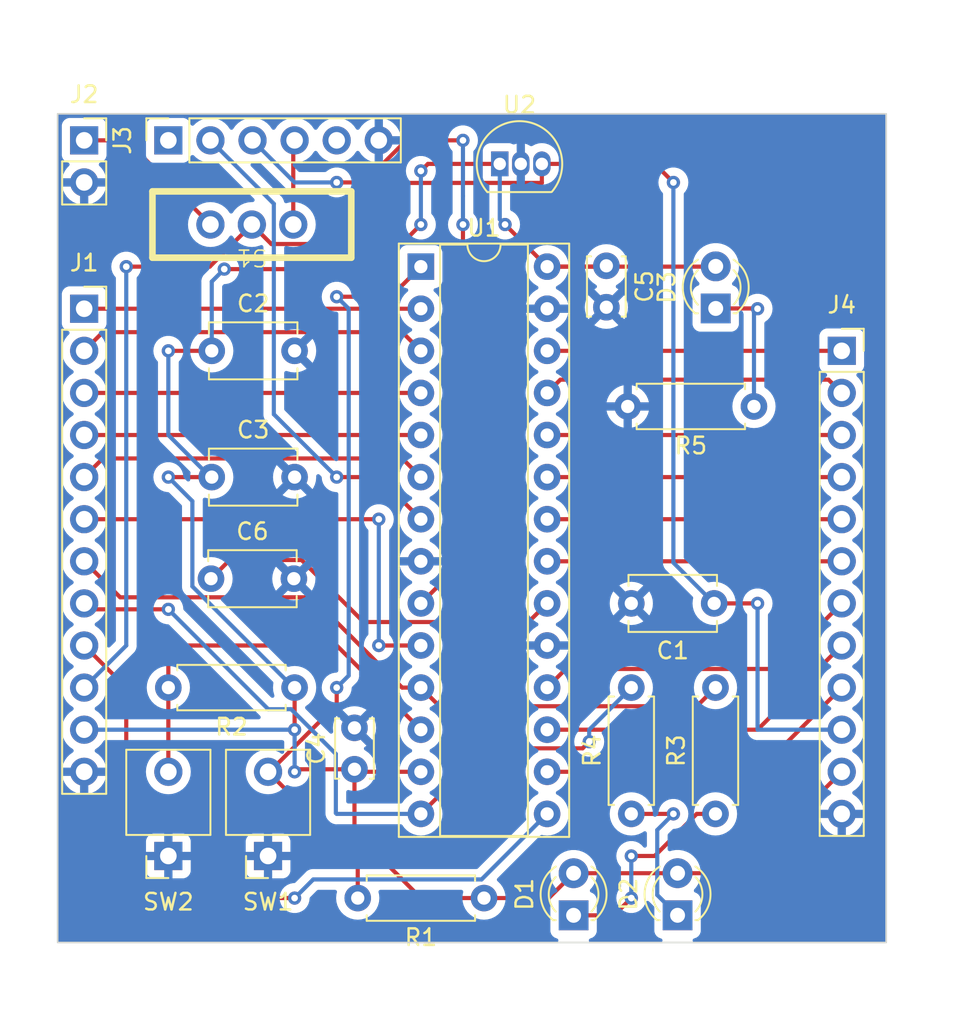
<source format=kicad_pcb>
(kicad_pcb (version 20221018) (generator pcbnew)
  (layers (0 "F.Cu" signal) (31 "B.Cu" signal) (34 "B.Paste" user) (35 "F.Paste" user) (36 "B.SilkS" user "B.Silkscreen") (37 "F.SilkS" user "F.Silkscreen") (38 "B.Mask" user) (39 "F.Mask" user) (44 "Edge.Cuts" user))
  (net 0 "")
  (net 1 "/Vin")
  (net 2 "GND")
  (net 3 "+3.3V")
  (net 4 "Net-(U1-Vcap)")
  (net 5 "Net-(D1-K)")
  (net 6 "Net-(D2-K)")
  (net 7 "Net-(D3-K)")
  (net 8 "/A0")
  (net 9 "/A1")
  (net 10 "/B0")
  (net 11 "/B1")
  (net 12 "/B2")
  (net 13 "/A3")
  (net 14 "/GREEN")
  (net 15 "/YELLOW")
  (net 16 "/B6")
  (net 17 "Net-(J2-Pin_1)")
  (net 19 "/U1TX")
  (net 20 "/U1RX")
  (net 21 "+5V")
  (net 23 "/B15")
  (net 24 "/B14")
  (net 25 "/B13")
  (net 26 "/B12")
  (net 27 "/B11")
  (net 28 "/B10")
  (net 29 "/B9")
  (net 30 "/B8")
  (net 31 "/B7")
  (net 32 "/MCLR")
  (net 33 "/USER")
  (footprint "pic32board:SlideSW" (layer "F.Cu") (at 111.72 106.68 180)
    (fp_text reference "S1" (at 0 -2 180 unlocked) (layer "F.SilkS") (effects (font (thickness 0.1))))
    (fp_text value "SW_Slide")
    (fp_line (start -6 -2) (end -6 2) (stroke (width 0.4)) (layer "F.SilkS"))
    (fp_line (start -6 2) (end 6 2) (stroke (width 0.4)) (layer "F.SilkS"))
    (fp_line (start 6 -2) (end -6 -2) (stroke (width 0.4)) (layer "F.SilkS"))
    (fp_line (start 6 -2) (end 6 2) (stroke (width 0.4)) (layer "F.SilkS"))
    (pad "1" thru_hole circle (at -2.5 0 180) (size 1.7 1.7) (drill 1) (layers "*.Cu" "*.Mask") (net 21 "+5V"))
    (pad "2" thru_hole circle (at 0 0 180) (size 1.7 1.7) (drill 1) (layers "*.Cu" "*.Mask") (net 1 "/Vin"))
    (pad "3" thru_hole circle (at 2.5 0 180) (size 1.7 1.7) (drill 1) (layers "*.Cu" "*.Mask") (net 17 "Net-(J2-Pin_1)"))
  )
  (footprint "pic32board:PushButton" (layer "F.Cu") (at 106.68 144.78 180)
    (fp_text reference "SW2" (at 0 -2.77) (layer "F.SilkS"))
    (fp_text value "USER")
    (fp_line (start -2.54 1.27) (end -2.54 6.41) (stroke (width 0.12)) (layer "F.SilkS"))
    (fp_line (start -2.54 1.27) (end 2.54 1.27) (stroke (width 0.12)) (layer "F.SilkS"))
    (fp_line (start -2.54 6.41) (end 2.54 6.41) (stroke (width 0.12)) (layer "F.SilkS"))
    (fp_line (start 0 -1.33) (end 1.33 -1.33) (stroke (width 0.12)) (layer "F.SilkS"))
    (fp_line (start 1.33 -1.33) (end 1.33 0) (stroke (width 0.12)) (layer "F.SilkS"))
    (fp_line (start 2.54 1.27) (end 2.54 6.41) (stroke (width 0.12)) (layer "F.SilkS"))
    (pad "1" thru_hole rect (at 0 0 180) (size 1.7 1.7) (drill 1) (layers "*.Cu" "*.Mask") (net 2 "GND"))
    (pad "2" thru_hole oval (at 0 5.08 180) (size 1.7 1.7) (drill 1) (layers "*.Cu" "*.Mask") (net 33 "/USER"))
  )
  (footprint "Capacitor_THT:C_Disc_D3.4mm_W2.1mm_P2.50mm" (layer "F.Cu") (at 133.114339 109.169811 -90)
    (fp_text reference "C5" (at 1.25 -2.3 90) (layer "F.SilkS"))
    (fp_text value "0.1uF")
    (fp_line (start -0.57 -1.17) (end -0.57 -0.925) (stroke (width 0.12)) (layer "F.SilkS"))
    (fp_line (start -0.57 -1.17) (end 3.07 -1.17) (stroke (width 0.12)) (layer "F.SilkS"))
    (fp_line (start -0.57 0.925) (end -0.57 1.17) (stroke (width 0.12)) (layer "F.SilkS"))
    (fp_line (start -0.57 1.17) (end 3.07 1.17) (stroke (width 0.12)) (layer "F.SilkS"))
    (fp_line (start 3.07 -1.17) (end 3.07 -0.925) (stroke (width 0.12)) (layer "F.SilkS"))
    (fp_line (start 3.07 0.925) (end 3.07 1.17) (stroke (width 0.12)) (layer "F.SilkS"))
    (pad "1" thru_hole circle (at 0 0 270) (size 1.6 1.6) (drill 0.8) (layers "*.Cu" "*.Mask") (net 3 "+3.3V"))
    (pad "2" thru_hole circle (at 2.5 0 270) (size 1.6 1.6) (drill 0.8) (layers "*.Cu" "*.Mask") (net 2 "GND"))
  )
  (footprint "Connector_PinSocket_2.54mm:PinSocket_1x12_P2.54mm_Vertical" (layer "F.Cu") (at 147.32 114.3)
    (fp_text reference "J4" (at 0 -2.77) (layer "F.SilkS"))
    (fp_text value "RIGHT")
    (fp_line (start -1.33 1.27) (end -1.33 29.27) (stroke (width 0.12)) (layer "F.SilkS"))
    (fp_line (start -1.33 1.27) (end 1.33 1.27) (stroke (width 0.12)) (layer "F.SilkS"))
    (fp_line (start -1.33 29.27) (end 1.33 29.27) (stroke (width 0.12)) (layer "F.SilkS"))
    (fp_line (start 0 -1.33) (end 1.33 -1.33) (stroke (width 0.12)) (layer "F.SilkS"))
    (fp_line (start 1.33 -1.33) (end 1.33 0) (stroke (width 0.12)) (layer "F.SilkS"))
    (fp_line (start 1.33 1.27) (end 1.33 29.27) (stroke (width 0.12)) (layer "F.SilkS"))
    (pad "1" thru_hole rect (at 0 0) (size 1.7 1.7) (drill 1) (layers "*.Cu" "*.Mask") (net 23 "/B15"))
    (pad "2" thru_hole oval (at 0 2.54) (size 1.7 1.7) (drill 1) (layers "*.Cu" "*.Mask") (net 24 "/B14"))
    (pad "3" thru_hole oval (at 0 5.08) (size 1.7 1.7) (drill 1) (layers "*.Cu" "*.Mask") (net 25 "/B13"))
    (pad "4" thru_hole oval (at 0 7.62) (size 1.7 1.7) (drill 1) (layers "*.Cu" "*.Mask") (net 26 "/B12"))
    (pad "5" thru_hole oval (at 0 10.16) (size 1.7 1.7) (drill 1) (layers "*.Cu" "*.Mask") (net 27 "/B11"))
    (pad "6" thru_hole oval (at 0 12.7) (size 1.7 1.7) (drill 1) (layers "*.Cu" "*.Mask") (net 28 "/B10"))
    (pad "7" thru_hole oval (at 0 15.24) (size 1.7 1.7) (drill 1) (layers "*.Cu" "*.Mask") (net 29 "/B9"))
    (pad "8" thru_hole oval (at 0 17.78) (size 1.7 1.7) (drill 1) (layers "*.Cu" "*.Mask") (net 30 "/B8"))
    (pad "9" thru_hole oval (at 0 20.32) (size 1.7 1.7) (drill 1) (layers "*.Cu" "*.Mask") (net 31 "/B7"))
    (pad "10" thru_hole oval (at 0 22.86) (size 1.7 1.7) (drill 1) (layers "*.Cu" "*.Mask") (net 1 "/Vin"))
    (pad "11" thru_hole oval (at 0 25.4) (size 1.7 1.7) (drill 1) (layers "*.Cu" "*.Mask") (net 3 "+3.3V"))
    (pad "12" thru_hole oval (at 0 27.94) (size 1.7 1.7) (drill 1) (layers "*.Cu" "*.Mask") (net 2 "GND"))
  )
  (footprint "Connector_PinSocket_2.54mm:PinSocket_1x06_P2.54mm_Vertical" (layer "F.Cu") (at 106.68 101.6 90)
    (fp_text reference "J3" (at 0 -2.77 90) (layer "F.SilkS"))
    (fp_text value "CP2102")
    (fp_line (start -1.33 1.27) (end -1.33 14.03) (stroke (width 0.12)) (layer "F.SilkS"))
    (fp_line (start -1.33 1.27) (end 1.33 1.27) (stroke (width 0.12)) (layer "F.SilkS"))
    (fp_line (start -1.33 14.03) (end 1.33 14.03) (stroke (width 0.12)) (layer "F.SilkS"))
    (fp_line (start 0 -1.33) (end 1.33 -1.33) (stroke (width 0.12)) (layer "F.SilkS"))
    (fp_line (start 1.33 -1.33) (end 1.33 0) (stroke (width 0.12)) (layer "F.SilkS"))
    (fp_line (start 1.33 1.27) (end 1.33 14.03) (stroke (width 0.12)) (layer "F.SilkS"))
    (pad "1" thru_hole rect (at 0 0 90) (size 1.7 1.7) (drill 1) (layers "*.Cu" "*.Mask"))
    (pad "2" thru_hole oval (at 0 2.54 90) (size 1.7 1.7) (drill 1) (layers "*.Cu" "*.Mask") (net 19 "/U1TX"))
    (pad "3" thru_hole oval (at 0 5.08 90) (size 1.7 1.7) (drill 1) (layers "*.Cu" "*.Mask") (net 20 "/U1RX"))
    (pad "4" thru_hole oval (at 0 7.62 90) (size 1.7 1.7) (drill 1) (layers "*.Cu" "*.Mask") (net 21 "+5V"))
    (pad "5" thru_hole oval (at 0 10.16 90) (size 1.7 1.7) (drill 1) (layers "*.Cu" "*.Mask"))
    (pad "6" thru_hole oval (at 0 12.7 90) (size 1.7 1.7) (drill 1) (layers "*.Cu" "*.Mask") (net 2 "GND"))
  )
  (footprint "Package_TO_SOT_THT:TO-92L_Inline" (layer "F.Cu") (at 126.680638 103.021303)
    (fp_text reference "U2" (at 1.19 -3.56) (layer "F.SilkS"))
    (fp_text value "AP7381-33V")
    (fp_line (start -0.75 1.7) (end 3.1 1.7) (stroke (width 0.12)) (layer "F.SilkS"))
    (fp_arc (start -0.75 1.7) (mid 1.183448 -2.579449) (end 3.138611 1.690122) (stroke (width 0.12)) (layer "F.SilkS"))
    (pad "1" thru_hole rect (at 0 0) (size 1.05 1.5) (drill 0.75) (layers "*.Cu" "*.Mask") (net 3 "+3.3V"))
    (pad "2" thru_hole oval (at 1.27 0) (size 1.05 1.5) (drill 0.75) (layers "*.Cu" "*.Mask") (net 2 "GND"))
    (pad "3" thru_hole oval (at 2.54 0) (size 1.05 1.5) (drill 0.75) (layers "*.Cu" "*.Mask") (net 1 "/Vin"))
  )
  (footprint "Capacitor_THT:C_Disc_D5.1mm_W3.2mm_P5.00mm" (layer "F.Cu") (at 109.3 121.92)
    (fp_text reference "C3" (at 2.5 -2.85) (layer "F.SilkS"))
    (fp_text value "1uF")
    (fp_line (start -0.17 -1.721) (end -0.17 -1.055) (stroke (width 0.12)) (layer "F.SilkS"))
    (fp_line (start -0.17 -1.721) (end 5.17 -1.721) (stroke (width 0.12)) (layer "F.SilkS"))
    (fp_line (start -0.17 1.055) (end -0.17 1.721) (stroke (width 0.12)) (layer "F.SilkS"))
    (fp_line (start -0.17 1.721) (end 5.17 1.721) (stroke (width 0.12)) (layer "F.SilkS"))
    (fp_line (start 5.17 -1.721) (end 5.17 -1.055) (stroke (width 0.12)) (layer "F.SilkS"))
    (fp_line (start 5.17 1.055) (end 5.17 1.721) (stroke (width 0.12)) (layer "F.SilkS"))
    (pad "1" thru_hole circle (at 0 0) (size 1.6 1.6) (drill 0.8) (layers "*.Cu" "*.Mask") (net 3 "+3.3V"))
    (pad "2" thru_hole circle (at 5 0) (size 1.6 1.6) (drill 0.8) (layers "*.Cu" "*.Mask") (net 2 "GND"))
  )
  (footprint "Capacitor_THT:C_Disc_D5.1mm_W3.2mm_P5.00mm" (layer "F.Cu") (at 109.3 114.3)
    (fp_text reference "C2" (at 2.5 -2.85) (layer "F.SilkS"))
    (fp_text value "1uF")
    (fp_line (start -0.17 -1.721) (end -0.17 -1.055) (stroke (width 0.12)) (layer "F.SilkS"))
    (fp_line (start -0.17 -1.721) (end 5.17 -1.721) (stroke (width 0.12)) (layer "F.SilkS"))
    (fp_line (start -0.17 1.055) (end -0.17 1.721) (stroke (width 0.12)) (layer "F.SilkS"))
    (fp_line (start -0.17 1.721) (end 5.17 1.721) (stroke (width 0.12)) (layer "F.SilkS"))
    (fp_line (start 5.17 -1.721) (end 5.17 -1.055) (stroke (width 0.12)) (layer "F.SilkS"))
    (fp_line (start 5.17 1.055) (end 5.17 1.721) (stroke (width 0.12)) (layer "F.SilkS"))
    (pad "1" thru_hole circle (at 0 0) (size 1.6 1.6) (drill 0.8) (layers "*.Cu" "*.Mask") (net 3 "+3.3V"))
    (pad "2" thru_hole circle (at 5 0) (size 1.6 1.6) (drill 0.8) (layers "*.Cu" "*.Mask") (net 2 "GND"))
  )
  (footprint "LED_THT:LED_D3.0mm" (layer "F.Cu") (at 131.136782 148.360796 90)
    (fp_text reference "D1" (at 1.27 -2.96 90) (layer "F.SilkS"))
    (fp_text value "GREEN")
    (fp_line (start -0.29 -1.236) (end -0.29 -1.08) (stroke (width 0.12)) (layer "F.SilkS"))
    (fp_line (start -0.29 1.08) (end -0.29 1.236) (stroke (width 0.12)) (layer "F.SilkS"))
    (fp_arc (start -0.29 -1.235516) (mid 1.366487 -1.987659) (end 2.942335 -1.078608) (stroke (width 0.12)) (layer "F.SilkS"))
    (fp_arc (start 0.229039 -1.08) (mid 1.270117 -1.5) (end 2.31113 -1.079837) (stroke (width 0.12)) (layer "F.SilkS"))
    (fp_arc (start 2.31113 1.079837) (mid 1.270117 1.5) (end 0.229039 1.08) (stroke (width 0.12)) (layer "F.SilkS"))
    (fp_arc (start 2.942335 1.078608) (mid 1.366487 1.987659) (end -0.29 1.235516) (stroke (width 0.12)) (layer "F.SilkS"))
    (pad "1" thru_hole rect (at 0 0 90) (size 1.8 1.8) (drill 0.9) (layers "*.Cu" "*.Mask") (net 5 "Net-(D1-K)"))
    (pad "2" thru_hole circle (at 2.54 0 90) (size 1.8 1.8) (drill 0.9) (layers "*.Cu" "*.Mask") (net 3 "+3.3V"))
  )
  (footprint "Resistor_THT:R_Axial_DIN0207_L6.3mm_D2.5mm_P7.62mm_Horizontal" (layer "F.Cu") (at 125.73 147.32 180)
    (fp_text reference "R1" (at 3.81 -2.37) (layer "F.SilkS"))
    (fp_text value "10k")
    (fp_line (start 0.54 -1.37) (end 7.08 -1.37) (stroke (width 0.12)) (layer "F.SilkS"))
    (fp_line (start 0.54 -1.04) (end 0.54 -1.37) (stroke (width 0.12)) (layer "F.SilkS"))
    (fp_line (start 0.54 1.04) (end 0.54 1.37) (stroke (width 0.12)) (layer "F.SilkS"))
    (fp_line (start 0.54 1.37) (end 7.08 1.37) (stroke (width 0.12)) (layer "F.SilkS"))
    (fp_line (start 7.08 -1.37) (end 7.08 -1.04) (stroke (width 0.12)) (layer "F.SilkS"))
    (fp_line (start 7.08 1.37) (end 7.08 1.04) (stroke (width 0.12)) (layer "F.SilkS"))
    (pad "1" thru_hole circle (at 0 0 180) (size 1.6 1.6) (drill 0.8) (layers "*.Cu" "*.Mask") (net 3 "+3.3V"))
    (pad "2" thru_hole oval (at 7.62 0 180) (size 1.6 1.6) (drill 0.8) (layers "*.Cu" "*.Mask") (net 32 "/MCLR"))
  )
  (footprint "LED_THT:LED_D3.0mm" (layer "F.Cu") (at 137.411481 148.359146 90)
    (fp_text reference "D2" (at 1.27 -2.96 90) (layer "F.SilkS"))
    (fp_text value "YELLOW")
    (fp_line (start -0.29 -1.236) (end -0.29 -1.08) (stroke (width 0.12)) (layer "F.SilkS"))
    (fp_line (start -0.29 1.08) (end -0.29 1.236) (stroke (width 0.12)) (layer "F.SilkS"))
    (fp_arc (start -0.29 -1.235516) (mid 1.366487 -1.987659) (end 2.942335 -1.078608) (stroke (width 0.12)) (layer "F.SilkS"))
    (fp_arc (start 0.229039 -1.08) (mid 1.270117 -1.5) (end 2.31113 -1.079837) (stroke (width 0.12)) (layer "F.SilkS"))
    (fp_arc (start 2.31113 1.079837) (mid 1.270117 1.5) (end 0.229039 1.08) (stroke (width 0.12)) (layer "F.SilkS"))
    (fp_arc (start 2.942335 1.078608) (mid 1.366487 1.987659) (end -0.29 1.235516) (stroke (width 0.12)) (layer "F.SilkS"))
    (pad "1" thru_hole rect (at 0 0 90) (size 1.8 1.8) (drill 0.9) (layers "*.Cu" "*.Mask") (net 6 "Net-(D2-K)"))
    (pad "2" thru_hole circle (at 2.54 0 90) (size 1.8 1.8) (drill 0.9) (layers "*.Cu" "*.Mask") (net 3 "+3.3V"))
  )
  (footprint "Connector_PinSocket_2.54mm:PinSocket_1x12_P2.54mm_Vertical" (layer "F.Cu") (at 101.6 111.76)
    (fp_text reference "J1" (at 0 -2.77) (layer "F.SilkS"))
    (fp_text value "LEFT")
    (fp_line (start -1.33 1.27) (end -1.33 29.27) (stroke (width 0.12)) (layer "F.SilkS"))
    (fp_line (start -1.33 1.27) (end 1.33 1.27) (stroke (width 0.12)) (layer "F.SilkS"))
    (fp_line (start -1.33 29.27) (end 1.33 29.27) (stroke (width 0.12)) (layer "F.SilkS"))
    (fp_line (start 0 -1.33) (end 1.33 -1.33) (stroke (width 0.12)) (layer "F.SilkS"))
    (fp_line (start 1.33 -1.33) (end 1.33 0) (stroke (width 0.12)) (layer "F.SilkS"))
    (fp_line (start 1.33 1.27) (end 1.33 29.27) (stroke (width 0.12)) (layer "F.SilkS"))
    (pad "1" thru_hole rect (at 0 0) (size 1.7 1.7) (drill 1) (layers "*.Cu" "*.Mask") (net 8 "/A0"))
    (pad "2" thru_hole oval (at 0 2.54) (size 1.7 1.7) (drill 1) (layers "*.Cu" "*.Mask") (net 9 "/A1"))
    (pad "3" thru_hole oval (at 0 5.08) (size 1.7 1.7) (drill 1) (layers "*.Cu" "*.Mask") (net 10 "/B0"))
    (pad "4" thru_hole oval (at 0 7.62) (size 1.7 1.7) (drill 1) (layers "*.Cu" "*.Mask") (net 11 "/B1"))
    (pad "5" thru_hole oval (at 0 10.16) (size 1.7 1.7) (drill 1) (layers "*.Cu" "*.Mask") (net 12 "/B2"))
    (pad "6" thru_hole oval (at 0 12.7) (size 1.7 1.7) (drill 1) (layers "*.Cu" "*.Mask") (net 13 "/A3"))
    (pad "7" thru_hole oval (at 0 15.24) (size 1.7 1.7) (drill 1) (layers "*.Cu" "*.Mask") (net 14 "/GREEN"))
    (pad "8" thru_hole oval (at 0 17.78) (size 1.7 1.7) (drill 1) (layers "*.Cu" "*.Mask") (net 15 "/YELLOW"))
    (pad "9" thru_hole oval (at 0 20.32) (size 1.7 1.7) (drill 1) (layers "*.Cu" "*.Mask") (net 16 "/B6"))
    (pad "10" thru_hole oval (at 0 22.86) (size 1.7 1.7) (drill 1) (layers "*.Cu" "*.Mask") (net 1 "/Vin"))
    (pad "11" thru_hole oval (at 0 25.4) (size 1.7 1.7) (drill 1) (layers "*.Cu" "*.Mask") (net 3 "+3.3V"))
    (pad "12" thru_hole oval (at 0 27.94) (size 1.7 1.7) (drill 1) (layers "*.Cu" "*.Mask") (net 2 "GND"))
  )
  (footprint "Capacitor_THT:C_Disc_D5.1mm_W3.2mm_P5.00mm" (layer "F.Cu") (at 109.254945 128.0477)
    (fp_text reference "C6" (at 2.5 -2.85) (layer "F.SilkS"))
    (fp_text value "1uF")
    (fp_line (start -0.17 -1.721) (end -0.17 -1.055) (stroke (width 0.12)) (layer "F.SilkS"))
    (fp_line (start -0.17 -1.721) (end 5.17 -1.721) (stroke (width 0.12)) (layer "F.SilkS"))
    (fp_line (start -0.17 1.055) (end -0.17 1.721) (stroke (width 0.12)) (layer "F.SilkS"))
    (fp_line (start -0.17 1.721) (end 5.17 1.721) (stroke (width 0.12)) (layer "F.SilkS"))
    (fp_line (start 5.17 -1.721) (end 5.17 -1.055) (stroke (width 0.12)) (layer "F.SilkS"))
    (fp_line (start 5.17 1.055) (end 5.17 1.721) (stroke (width 0.12)) (layer "F.SilkS"))
    (pad "1" thru_hole circle (at 0 0) (size 1.6 1.6) (drill 0.8) (layers "*.Cu" "*.Mask") (net 4 "Net-(U1-Vcap)"))
    (pad "2" thru_hole circle (at 5 0) (size 1.6 1.6) (drill 0.8) (layers "*.Cu" "*.Mask") (net 2 "GND"))
  )
  (footprint "Capacitor_THT:C_Disc_D3.4mm_W2.1mm_P2.50mm" (layer "F.Cu") (at 117.913237 139.548265 90)
    (fp_text reference "C4" (at 1.25 -2.3 90) (layer "F.SilkS"))
    (fp_text value "0.1uF")
    (fp_line (start -0.57 -1.17) (end -0.57 -0.925) (stroke (width 0.12)) (layer "F.SilkS"))
    (fp_line (start -0.57 -1.17) (end 3.07 -1.17) (stroke (width 0.12)) (layer "F.SilkS"))
    (fp_line (start -0.57 0.925) (end -0.57 1.17) (stroke (width 0.12)) (layer "F.SilkS"))
    (fp_line (start -0.57 1.17) (end 3.07 1.17) (stroke (width 0.12)) (layer "F.SilkS"))
    (fp_line (start 3.07 -1.17) (end 3.07 -0.925) (stroke (width 0.12)) (layer "F.SilkS"))
    (fp_line (start 3.07 0.925) (end 3.07 1.17) (stroke (width 0.12)) (layer "F.SilkS"))
    (pad "1" thru_hole circle (at 0 0 90) (size 1.6 1.6) (drill 0.8) (layers "*.Cu" "*.Mask") (net 3 "+3.3V"))
    (pad "2" thru_hole circle (at 2.5 0 90) (size 1.6 1.6) (drill 0.8) (layers "*.Cu" "*.Mask") (net 2 "GND"))
  )
  (footprint "Resistor_THT:R_Axial_DIN0207_L6.3mm_D2.5mm_P7.62mm_Horizontal" (layer "F.Cu") (at 142.023075 117.656105 180)
    (fp_text reference "R5" (at 3.81 -2.37) (layer "F.SilkS"))
    (fp_text value "330")
    (fp_line (start 0.54 -1.37) (end 7.08 -1.37) (stroke (width 0.12)) (layer "F.SilkS"))
    (fp_line (start 0.54 -1.04) (end 0.54 -1.37) (stroke (width 0.12)) (layer "F.SilkS"))
    (fp_line (start 0.54 1.04) (end 0.54 1.37) (stroke (width 0.12)) (layer "F.SilkS"))
    (fp_line (start 0.54 1.37) (end 7.08 1.37) (stroke (width 0.12)) (layer "F.SilkS"))
    (fp_line (start 7.08 -1.37) (end 7.08 -1.04) (stroke (width 0.12)) (layer "F.SilkS"))
    (fp_line (start 7.08 1.37) (end 7.08 1.04) (stroke (width 0.12)) (layer "F.SilkS"))
    (pad "1" thru_hole circle (at 0 0 180) (size 1.6 1.6) (drill 0.8) (layers "*.Cu" "*.Mask") (net 7 "Net-(D3-K)"))
    (pad "2" thru_hole oval (at 7.62 0 180) (size 1.6 1.6) (drill 0.8) (layers "*.Cu" "*.Mask") (net 2 "GND"))
  )
  (footprint "Resistor_THT:R_Axial_DIN0207_L6.3mm_D2.5mm_P7.62mm_Horizontal" (layer "F.Cu") (at 114.3 134.62 180)
    (fp_text reference "R2" (at 3.81 -2.37) (layer "F.SilkS"))
    (fp_text value "10k")
    (fp_line (start 0.54 -1.37) (end 7.08 -1.37) (stroke (width 0.12)) (layer "F.SilkS"))
    (fp_line (start 0.54 -1.04) (end 0.54 -1.37) (stroke (width 0.12)) (layer "F.SilkS"))
    (fp_line (start 0.54 1.04) (end 0.54 1.37) (stroke (width 0.12)) (layer "F.SilkS"))
    (fp_line (start 0.54 1.37) (end 7.08 1.37) (stroke (width 0.12)) (layer "F.SilkS"))
    (fp_line (start 7.08 -1.37) (end 7.08 -1.04) (stroke (width 0.12)) (layer "F.SilkS"))
    (fp_line (start 7.08 1.37) (end 7.08 1.04) (stroke (width 0.12)) (layer "F.SilkS"))
    (pad "1" thru_hole circle (at 0 0 180) (size 1.6 1.6) (drill 0.8) (layers "*.Cu" "*.Mask") (net 3 "+3.3V"))
    (pad "2" thru_hole oval (at 7.62 0 180) (size 1.6 1.6) (drill 0.8) (layers "*.Cu" "*.Mask") (net 33 "/USER"))
  )
  (footprint "Resistor_THT:R_Axial_DIN0207_L6.3mm_D2.5mm_P7.62mm_Horizontal" (layer "F.Cu") (at 139.7 142.24 90)
    (fp_text reference "R3" (at 3.81 -2.37 90) (layer "F.SilkS"))
    (fp_text value "330")
    (fp_line (start 0.54 -1.37) (end 7.08 -1.37) (stroke (width 0.12)) (layer "F.SilkS"))
    (fp_line (start 0.54 -1.04) (end 0.54 -1.37) (stroke (width 0.12)) (layer "F.SilkS"))
    (fp_line (start 0.54 1.04) (end 0.54 1.37) (stroke (width 0.12)) (layer "F.SilkS"))
    (fp_line (start 0.54 1.37) (end 7.08 1.37) (stroke (width 0.12)) (layer "F.SilkS"))
    (fp_line (start 7.08 -1.37) (end 7.08 -1.04) (stroke (width 0.12)) (layer "F.SilkS"))
    (fp_line (start 7.08 1.37) (end 7.08 1.04) (stroke (width 0.12)) (layer "F.SilkS"))
    (pad "1" thru_hole circle (at 0 0 90) (size 1.6 1.6) (drill 0.8) (layers "*.Cu" "*.Mask") (net 5 "Net-(D1-K)"))
    (pad "2" thru_hole oval (at 7.62 0 90) (size 1.6 1.6) (drill 0.8) (layers "*.Cu" "*.Mask") (net 14 "/GREEN"))
  )
  (footprint "Package_DIP:DIP-28_W7.62mm_Socket" (layer "F.Cu") (at 121.92 109.22)
    (fp_text reference "U1" (at 3.81 -2.33) (layer "F.SilkS"))
    (fp_text value "~")
    (fp_line (start -1.33 -1.39) (end -1.33 34.41) (stroke (width 0.12)) (layer "F.SilkS"))
    (fp_line (start -1.33 34.41) (end 8.95 34.41) (stroke (width 0.12)) (layer "F.SilkS"))
    (fp_line (start 1.16 -1.33) (end 1.16 34.35) (stroke (width 0.12)) (layer "F.SilkS"))
    (fp_line (start 1.16 34.35) (end 6.46 34.35) (stroke (width 0.12)) (layer "F.SilkS"))
    (fp_line (start 2.81 -1.33) (end 1.16 -1.33) (stroke (width 0.12)) (layer "F.SilkS"))
    (fp_line (start 6.46 -1.33) (end 4.81 -1.33) (stroke (width 0.12)) (layer "F.SilkS"))
    (fp_line (start 6.46 34.35) (end 6.46 -1.33) (stroke (width 0.12)) (layer "F.SilkS"))
    (fp_line (start 8.95 -1.39) (end -1.33 -1.39) (stroke (width 0.12)) (layer "F.SilkS"))
    (fp_line (start 8.95 34.41) (end 8.95 -1.39) (stroke (width 0.12)) (layer "F.SilkS"))
    (fp_arc (start 4.81 -1.33) (mid 3.81 -0.33) (end 2.81 -1.33) (stroke (width 0.12)) (layer "F.SilkS"))
    (pad "1" thru_hole rect (at 0 0) (size 1.6 1.6) (drill 0.8) (layers "*.Cu" "*.Mask") (net 32 "/MCLR"))
    (pad "2" thru_hole oval (at 0 2.54) (size 1.6 1.6) (drill 0.8) (layers "*.Cu" "*.Mask") (net 8 "/A0"))
    (pad "3" thru_hole oval (at 0 5.08) (size 1.6 1.6) (drill 0.8) (layers "*.Cu" "*.Mask") (net 9 "/A1"))
    (pad "4" thru_hole oval (at 0 7.62) (size 1.6 1.6) (drill 0.8) (layers "*.Cu" "*.Mask") (net 10 "/B0"))
    (pad "5" thru_hole oval (at 0 10.16) (size 1.6 1.6) (drill 0.8) (layers "*.Cu" "*.Mask") (net 11 "/B1"))
    (pad "6" thru_hole oval (at 0 12.7) (size 1.6 1.6) (drill 0.8) (layers "*.Cu" "*.Mask") (net 12 "/B2"))
    (pad "7" thru_hole oval (at 0 15.24) (size 1.6 1.6) (drill 0.8) (layers "*.Cu" "*.Mask") (net 19 "/U1TX"))
    (pad "8" thru_hole oval (at 0 17.78) (size 1.6 1.6) (drill 0.8) (layers "*.Cu" "*.Mask") (net 2 "GND"))
    (pad "9" thru_hole oval (at 0 20.32) (size 1.6 1.6) (drill 0.8) (layers "*.Cu" "*.Mask") (net 20 "/U1RX"))
    (pad "10" thru_hole oval (at 0 22.86) (size 1.6 1.6) (drill 0.8) (layers "*.Cu" "*.Mask") (net 13 "/A3"))
    (pad "11" thru_hole oval (at 0 25.4) (size 1.6 1.6) (drill 0.8) (layers "*.Cu" "*.Mask") (net 14 "/GREEN"))
    (pad "12" thru_hole oval (at 0 27.94) (size 1.6 1.6) (drill 0.8) (layers "*.Cu" "*.Mask") (net 33 "/USER"))
    (pad "13" thru_hole oval (at 0 30.48) (size 1.6 1.6) (drill 0.8) (layers "*.Cu" "*.Mask") (net 3 "+3.3V"))
    (pad "14" thru_hole oval (at 0 33.02) (size 1.6 1.6) (drill 0.8) (layers "*.Cu" "*.Mask") (net 15 "/YELLOW"))
    (pad "15" thru_hole oval (at 7.62 33.02) (size 1.6 1.6) (drill 0.8) (layers "*.Cu" "*.Mask") (net 16 "/B6"))
    (pad "16" thru_hole oval (at 7.62 30.48) (size 1.6 1.6) (drill 0.8) (layers "*.Cu" "*.Mask") (net 31 "/B7"))
    (pad "17" thru_hole oval (at 7.62 27.94) (size 1.6 1.6) (drill 0.8) (layers "*.Cu" "*.Mask") (net 30 "/B8"))
    (pad "18" thru_hole oval (at 7.62 25.4) (size 1.6 1.6) (drill 0.8) (layers "*.Cu" "*.Mask") (net 29 "/B9"))
    (pad "19" thru_hole oval (at 7.62 22.86) (size 1.6 1.6) (drill 0.8) (layers "*.Cu" "*.Mask") (net 2 "GND"))
    (pad "20" thru_hole oval (at 7.62 20.32) (size 1.6 1.6) (drill 0.8) (layers "*.Cu" "*.Mask") (net 4 "Net-(U1-Vcap)"))
    (pad "21" thru_hole oval (at 7.62 17.78) (size 1.6 1.6) (drill 0.8) (layers "*.Cu" "*.Mask") (net 28 "/B10"))
    (pad "22" thru_hole oval (at 7.62 15.24) (size 1.6 1.6) (drill 0.8) (layers "*.Cu" "*.Mask") (net 27 "/B11"))
    (pad "23" thru_hole oval (at 7.62 12.7) (size 1.6 1.6) (drill 0.8) (layers "*.Cu" "*.Mask") (net 26 "/B12"))
    (pad "24" thru_hole oval (at 7.62 10.16) (size 1.6 1.6) (drill 0.8) (layers "*.Cu" "*.Mask") (net 25 "/B13"))
    (pad "25" thru_hole oval (at 7.62 7.62) (size 1.6 1.6) (drill 0.8) (layers "*.Cu" "*.Mask") (net 24 "/B14"))
    (pad "26" thru_hole oval (at 7.62 5.08) (size 1.6 1.6) (drill 0.8) (layers "*.Cu" "*.Mask") (net 23 "/B15"))
    (pad "27" thru_hole oval (at 7.62 2.54) (size 1.6 1.6) (drill 0.8) (layers "*.Cu" "*.Mask") (net 2 "GND"))
    (pad "28" thru_hole oval (at 7.62 0) (size 1.6 1.6) (drill 0.8) (layers "*.Cu" "*.Mask") (net 3 "+3.3V"))
  )
  (footprint "LED_THT:LED_D3.0mm" (layer "F.Cu") (at 139.714851 111.743498 90)
    (fp_text reference "D3" (at 1.27 -2.96 90) (layer "F.SilkS"))
    (fp_text value "RED")
    (fp_line (start -0.29 -1.236) (end -0.29 -1.08) (stroke (width 0.12)) (layer "F.SilkS"))
    (fp_line (start -0.29 1.08) (end -0.29 1.236) (stroke (width 0.12)) (layer "F.SilkS"))
    (fp_arc (start -0.29 -1.235516) (mid 1.366487 -1.987659) (end 2.942335 -1.078608) (stroke (width 0.12)) (layer "F.SilkS"))
    (fp_arc (start 0.229039 -1.08) (mid 1.270117 -1.5) (end 2.31113 -1.079837) (stroke (width 0.12)) (layer "F.SilkS"))
    (fp_arc (start 2.31113 1.079837) (mid 1.270117 1.5) (end 0.229039 1.08) (stroke (width 0.12)) (layer "F.SilkS"))
    (fp_arc (start 2.942335 1.078608) (mid 1.366487 1.987659) (end -0.29 1.235516) (stroke (width 0.12)) (layer "F.SilkS"))
    (pad "1" thru_hole rect (at 0 0 90) (size 1.8 1.8) (drill 0.9) (layers "*.Cu" "*.Mask") (net 7 "Net-(D3-K)"))
    (pad "2" thru_hole circle (at 2.54 0 90) (size 1.8 1.8) (drill 0.9) (layers "*.Cu" "*.Mask") (net 3 "+3.3V"))
  )
  (footprint "Connector_PinSocket_2.54mm:PinSocket_1x02_P2.54mm_Vertical" (layer "F.Cu") (at 101.6 101.6)
    (fp_text reference "J2" (at 0 -2.77) (layer "F.SilkS"))
    (fp_text value "BATTERY")
    (fp_line (start -1.33 1.27) (end -1.33 3.87) (stroke (width 0.12)) (layer "F.SilkS"))
    (fp_line (start -1.33 1.27) (end 1.33 1.27) (stroke (width 0.12)) (layer "F.SilkS"))
    (fp_line (start -1.33 3.87) (end 1.33 3.87) (stroke (width 0.12)) (layer "F.SilkS"))
    (fp_line (start 0 -1.33) (end 1.33 -1.33) (stroke (width 0.12)) (layer "F.SilkS"))
    (fp_line (start 1.33 -1.33) (end 1.33 0) (stroke (width 0.12)) (layer "F.SilkS"))
    (fp_line (start 1.33 1.27) (end 1.33 3.87) (stroke (width 0.12)) (layer "F.SilkS"))
    (pad "1" thru_hole rect (at 0 0) (size 1.7 1.7) (drill 1) (layers "*.Cu" "*.Mask") (net 17 "Net-(J2-Pin_1)"))
    (pad "2" thru_hole oval (at 0 2.54) (size 1.7 1.7) (drill 1) (layers "*.Cu" "*.Mask") (net 2 "GND"))
  )
  (footprint "Capacitor_THT:C_Disc_D5.1mm_W3.2mm_P5.00mm" (layer "F.Cu") (at 139.62 129.54 180)
    (fp_text reference "C1" (at 2.5 -2.85) (layer "F.SilkS"))
    (fp_text value "1uF")
    (fp_line (start -0.17 -1.721) (end -0.17 -1.055) (stroke (width 0.12)) (layer "F.SilkS"))
    (fp_line (start -0.17 -1.721) (end 5.17 -1.721) (stroke (width 0.12)) (layer "F.SilkS"))
    (fp_line (start -0.17 1.055) (end -0.17 1.721) (stroke (width 0.12)) (layer "F.SilkS"))
    (fp_line (start -0.17 1.721) (end 5.17 1.721) (stroke (width 0.12)) (layer "F.SilkS"))
    (fp_line (start 5.17 -1.721) (end 5.17 -1.055) (stroke (width 0.12)) (layer "F.SilkS"))
    (fp_line (start 5.17 1.055) (end 5.17 1.721) (stroke (width 0.12)) (layer "F.SilkS"))
    (pad "1" thru_hole circle (at 0 0 180) (size 1.6 1.6) (drill 0.8) (layers "*.Cu" "*.Mask") (net 1 "/Vin"))
    (pad "2" thru_hole circle (at 5 0 180) (size 1.6 1.6) (drill 0.8) (layers "*.Cu" "*.Mask") (net 2 "GND"))
  )
  (footprint "Resistor_THT:R_Axial_DIN0207_L6.3mm_D2.5mm_P7.62mm_Horizontal" (layer "F.Cu") (at 134.62 142.24 90)
    (fp_text reference "R4" (at 3.81 -2.37 90) (layer "F.SilkS"))
    (fp_text value "330")
    (fp_line (start 0.54 -1.37) (end 7.08 -1.37) (stroke (width 0.12)) (layer "F.SilkS"))
    (fp_line (start 0.54 -1.04) (end 0.54 -1.37) (stroke (width 0.12)) (layer "F.SilkS"))
    (fp_line (start 0.54 1.04) (end 0.54 1.37) (stroke (width 0.12)) (layer "F.SilkS"))
    (fp_line (start 0.54 1.37) (end 7.08 1.37) (stroke (width 0.12)) (layer "F.SilkS"))
    (fp_line (start 7.08 -1.37) (end 7.08 -1.04) (stroke (width 0.12)) (layer "F.SilkS"))
    (fp_line (start 7.08 1.37) (end 7.08 1.04) (stroke (width 0.12)) (layer "F.SilkS"))
    (pad "1" thru_hole circle (at 0 0 90) (size 1.6 1.6) (drill 0.8) (layers "*.Cu" "*.Mask") (net 6 "Net-(D2-K)"))
    (pad "2" thru_hole oval (at 7.62 0 90) (size 1.6 1.6) (drill 0.8) (layers "*.Cu" "*.Mask") (net 15 "/YELLOW"))
  )
  (footprint "pic32board:PushButton" (layer "F.Cu") (at 112.697492 144.78 180)
    (fp_text reference "SW1" (at 0 -2.77) (layer "F.SilkS"))
    (fp_text value "MCLR")
    (fp_line (start -2.54 1.27) (end -2.54 6.41) (stroke (width 0.12)) (layer "F.SilkS"))
    (fp_line (start -2.54 1.27) (end 2.54 1.27) (stroke (width 0.12)) (layer "F.SilkS"))
    (fp_line (start -2.54 6.41) (end 2.54 6.41) (stroke (width 0.12)) (layer "F.SilkS"))
    (fp_line (start 0 -1.33) (end 1.33 -1.33) (stroke (width 0.12)) (layer "F.SilkS"))
    (fp_line (start 1.33 -1.33) (end 1.33 0) (stroke (width 0.12)) (layer "F.SilkS"))
    (fp_line (start 2.54 1.27) (end 2.54 6.41) (stroke (width 0.12)) (layer "F.SilkS"))
    (pad "1" thru_hole rect (at 0 0 180) (size 1.7 1.7) (drill 1) (layers "*.Cu" "*.Mask") (net 2 "GND"))
    (pad "2" thru_hole oval (at 0 5.08 180) (size 1.7 1.7) (drill 1) (layers "*.Cu" "*.Mask") (net 32 "/MCLR"))
  )
  (gr_rect (start 100 100) (end 150 150) (stroke (width 0.1)) (fill none) (layer "Edge.Cuts"))
  (segment (start 119.350638 104.169362) (end 115.665 107.855) (width 0.25) (layer "F.Cu") (net 1))
  (segment (start 112.895 107.855) (end 111.72 106.68) (width 0.25) (layer "F.Cu") (net 1))
  (segment (start 111.72 106.68) (end 109.18 109.22) (width 0.25) (layer "F.Cu") (net 1))
  (segment (start 109.18 109.22) (end 104.14 109.22) (width 0.25) (layer "F.Cu") (net 1))
  (segment (start 129.220638 104.169362) (end 119.350638 104.169362) (width 0.25) (layer "F.Cu") (net 1))
  (segment (start 139.62 129.54) (end 142.24 129.54) (width 0.25) (layer "F.Cu") (net 1))
  (segment (start 129.220638 103.021303) (end 129.220638 104.169362) (width 0.25) (layer "F.Cu") (net 1))
  (segment (start 129.220638 103.021303) (end 136.041303 103.021303) (width 0.25) (layer "F.Cu") (net 1))
  (segment (start 136.041303 103.021303) (end 137.16 104.14) (width 0.25) (layer "F.Cu") (net 1))
  (segment (start 115.665 107.855) (end 112.895 107.855) (width 0.25) (layer "F.Cu") (net 1))
  (via (at 137.16 104.14) (size 0.8) (drill 0.4) (layers "F.Cu" "B.Cu") (net 1))
  (via (at 104.14 109.22) (size 0.8) (drill 0.4) (layers "F.Cu" "B.Cu") (net 1))
  (via (at 142.24 129.54) (size 0.8) (drill 0.4) (layers "F.Cu" "B.Cu") (net 1))
  (segment (start 142.24 137.16) (end 147.32 137.16) (width 0.25) (layer "B.Cu") (net 1))
  (segment (start 137.16 127.08) (end 139.62 129.54) (width 0.25) (layer "B.Cu") (net 1))
  (segment (start 104.14 132.08) (end 101.6 134.62) (width 0.25) (layer "B.Cu") (net 1))
  (segment (start 142.24 129.54) (end 142.24 137.16) (width 0.25) (layer "B.Cu") (net 1))
  (segment (start 104.14 109.22) (end 104.14 132.08) (width 0.25) (layer "B.Cu") (net 1))
  (segment (start 137.16 104.14) (end 137.16 127.08) (width 0.25) (layer "B.Cu") (net 1))
  (segment (start 114.451735 139.548265) (end 114.3 139.7) (width 0.25) (layer "F.Cu") (net 3))
  (segment (start 121.92 106.68) (end 119.229951 109.370049) (width 0.25) (layer "F.Cu") (net 3))
  (segment (start 131.138432 145.819146) (end 131.136782 145.820796) (width 0.25) (layer "F.Cu") (net 3))
  (segment (start 137.411481 145.819146) (end 131.138432 145.819146) (width 0.25) (layer "F.Cu") (net 3))
  (segment (start 129.54 109.22) (end 139.698349 109.22) (width 0.25) (layer "F.Cu") (net 3))
  (segment (start 118.064972 139.7) (end 117.913237 139.548265) (width 0.25) (layer "F.Cu") (net 3))
  (segment (start 119.229951 109.370049) (end 110.054549 109.370049) (width 0.25) (layer "F.Cu") (net 3))
  (segment (start 125.73 147.32) (end 121.92 147.32) (width 0.25) (layer "F.Cu") (net 3))
  (segment (start 129.637578 147.32) (end 131.136782 145.820796) (width 0.25) (layer "F.Cu") (net 3))
  (segment (start 117.913237 139.548265) (end 114.451735 139.548265) (width 0.25) (layer "F.Cu") (net 3))
  (segment (start 129.54 109.22) (end 127 106.68) (width 0.25) (layer "F.Cu") (net 3))
  (segment (start 133.06415 109.22) (end 133.114339 109.169811) (width 0.25) (layer "F.Cu") (net 3))
  (segment (start 122.343559 103.021303) (end 121.92 103.444862) (width 0.25) (layer "F.Cu") (net 3))
  (segment (start 109.3 114.3) (end 106.68 114.3) (width 0.25) (layer "F.Cu") (net 3))
  (segment (start 121.92 147.32) (end 117.913237 143.313237) (width 0.25) (layer "F.Cu") (net 3))
  (segment (start 109.3 121.92) (end 106.68 121.92) (width 0.25) (layer "F.Cu") (net 3))
  (segment (start 126.680638 103.021303) (end 122.343559 103.021303) (width 0.25) (layer "F.Cu") (net 3))
  (segment (start 117.913237 143.313237) (end 117.913237 139.548265) (width 0.25) (layer "F.Cu") (net 3))
  (segment (start 121.92 139.7) (end 118.064972 139.7) (width 0.25) (layer "F.Cu") (net 3))
  (segment (start 114.3 134.62) (end 114.3 137.16) (width 0.25) (layer "F.Cu") (net 3))
  (segment (start 125.73 147.32) (end 129.637578 147.32) (width 0.25) (layer "F.Cu") (net 3))
  (segment (start 141.200854 145.819146) (end 137.411481 145.819146) (width 0.25) (layer "F.Cu") (net 3))
  (segment (start 147.32 139.7) (end 141.200854 145.819146) (width 0.25) (layer "F.Cu") (net 3))
  (segment (start 129.54 109.22) (end 133.06415 109.22) (width 0.25) (layer "F.Cu") (net 3))
  (segment (start 139.698349 109.22) (end 139.714851 109.203498) (width 0.25) (layer "F.Cu") (net 3))
  (via (at 106.68 121.92) (size 0.8) (drill 0.4) (layers "F.Cu" "B.Cu") (net 3))
  (via (at 121.92 106.68) (size 0.8) (drill 0.4) (layers "F.Cu" "B.Cu") (net 3))
  (via (at 114.3 139.7) (size 0.8) (drill 0.4) (layers "F.Cu" "B.Cu") (net 3))
  (via (at 114.3 137.16) (size 0.8) (drill 0.4) (layers "F.Cu" "B.Cu") (net 3))
  (via (at 106.68 114.3) (size 0.8) (drill 0.4) (layers "F.Cu" "B.Cu") (net 3))
  (via (at 121.92 103.444862) (size 0.8) (drill 0.4) (layers "F.Cu" "B.Cu") (net 3))
  (via (at 110.054549 109.370049) (size 0.8) (drill 0.4) (layers "F.Cu" "B.Cu") (net 3))
  (via (at 127 106.68) (size 0.8) (drill 0.4) (layers "F.Cu" "B.Cu") (net 3))
  (segment (start 109.3 110.124598) (end 109.3 114.3) (width 0.25) (layer "B.Cu") (net 3))
  (segment (start 121.92 103.444862) (end 121.92 106.68) (width 0.25) (layer "B.Cu") (net 3))
  (segment (start 108.129945 128.513691) (end 114.236254 134.62) (width 0.25) (layer "B.Cu") (net 3))
  (segment (start 114.3 137.16) (end 101.6 137.16) (width 0.25) (layer "B.Cu") (net 3))
  (segment (start 114.3 139.7) (end 114.3 137.16) (width 0.25) (layer "B.Cu") (net 3))
  (segment (start 126.680638 106.360638) (end 126.680638 103.021303) (width 0.25) (layer "B.Cu") (net 3))
  (segment (start 106.68 119.38) (end 109.22 121.92) (width 0.25) (layer "B.Cu") (net 3))
  (segment (start 114.236254 134.62) (end 114.3 134.62) (width 0.25) (layer "B.Cu") (net 3))
  (segment (start 108.129945 123.369945) (end 108.129945 128.513691) (width 0.25) (layer "B.Cu") (net 3))
  (segment (start 106.68 121.92) (end 108.129945 123.369945) (width 0.25) (layer "B.Cu") (net 3))
  (segment (start 127 106.68) (end 126.680638 106.360638) (width 0.25) (layer "B.Cu") (net 3))
  (segment (start 106.68 114.3) (end 106.68 119.38) (width 0.25) (layer "B.Cu") (net 3))
  (segment (start 110.054549 109.370049) (end 109.3 110.124598) (width 0.25) (layer "B.Cu") (net 3))
  (segment (start 129.54 129.54) (end 128.415 130.665) (width 0.25) (layer "F.Cu") (net 4))
  (segment (start 114.720936 126.9227) (end 110.379945 126.9227) (width 0.25) (layer "F.Cu") (net 4))
  (segment (start 128.415 130.665) (end 118.463236 130.665) (width 0.25) (layer "F.Cu") (net 4))
  (segment (start 118.463236 130.665) (end 114.720936 126.9227) (width 0.25) (layer "F.Cu") (net 4))
  (segment (start 110.379945 126.9227) (end 109.254945 128.0477) (width 0.25) (layer "F.Cu") (net 4))
  (segment (start 133.579204 148.360796) (end 131.136782 148.360796) (width 0.25) (layer "F.Cu") (net 5))
  (segment (start 134.62 147.32) (end 133.579204 148.360796) (width 0.25) (layer "F.Cu") (net 5))
  (segment (start 139.7 142.24) (end 138.56863 142.24) (width 0.25) (layer "F.Cu") (net 5))
  (segment (start 136.02863 144.78) (end 134.62 144.78) (width 0.25) (layer "F.Cu") (net 5))
  (segment (start 138.56863 142.24) (end 136.02863 144.78) (width 0.25) (layer "F.Cu") (net 5))
  (via (at 134.62 144.78) (size 0.8) (drill 0.4) (layers "F.Cu" "B.Cu") (net 5))
  (via (at 134.62 147.32) (size 0.8) (drill 0.4) (layers "F.Cu" "B.Cu") (net 5))
  (segment (start 134.62 144.78) (end 134.62 147.32) (width 0.25) (layer "B.Cu") (net 5))
  (segment (start 134.62 142.24) (end 137.16 142.24) (width 0.25) (layer "F.Cu") (net 6))
  (via (at 137.16 142.24) (size 0.8) (drill 0.4) (layers "F.Cu" "B.Cu") (net 6))
  (segment (start 137.16 142.24) (end 136.186481 143.213519) (width 0.25) (layer "B.Cu") (net 6))
  (segment (start 136.186481 143.213519) (end 136.186481 147.134146) (width 0.25) (layer "B.Cu") (net 6))
  (segment (start 136.186481 147.134146) (end 137.411481 148.359146) (width 0.25) (layer "B.Cu") (net 6))
  (segment (start 142.223498 111.743498) (end 142.24 111.76) (width 0.25) (layer "F.Cu") (net 7))
  (segment (start 139.714851 111.743498) (end 142.223498 111.743498) (width 0.25) (layer "F.Cu") (net 7))
  (via (at 142.24 111.76) (size 0.8) (drill 0.4) (layers "F.Cu" "B.Cu") (net 7))
  (segment (start 142.24 111.76) (end 142.023075 111.976925) (width 0.25) (layer "B.Cu") (net 7))
  (segment (start 142.023075 111.976925) (end 142.023075 117.656105) (width 0.25) (layer "B.Cu") (net 7))
  (segment (start 101.6 111.76) (end 121.92 111.76) (width 0.25) (layer "F.Cu") (net 8))
  (segment (start 101.6 114.3) (end 102.725 113.175) (width 0.25) (layer "F.Cu") (net 9))
  (segment (start 120.795 113.175) (end 121.92 114.3) (width 0.25) (layer "F.Cu") (net 9))
  (segment (start 102.725 113.175) (end 120.795 113.175) (width 0.25) (layer "F.Cu") (net 9))
  (segment (start 101.6 116.84) (end 121.92 116.84) (width 0.25) (layer "F.Cu") (net 10))
  (segment (start 101.6 119.38) (end 121.92 119.38) (width 0.25) (layer "F.Cu") (net 11))
  (segment (start 102.725 120.795) (end 120.795 120.795) (width 0.25) (layer "F.Cu") (net 12))
  (segment (start 101.6 121.92) (end 102.725 120.795) (width 0.25) (layer "F.Cu") (net 12))
  (segment (start 120.795 120.795) (end 121.92 121.92) (width 0.25) (layer "F.Cu") (net 12))
  (segment (start 119.38 132.08) (end 121.92 132.08) (width 0.25) (layer "F.Cu") (net 13))
  (segment (start 101.6 124.46) (end 119.38 124.46) (width 0.25) (layer "F.Cu") (net 13))
  (via (at 119.38 132.08) (size 0.8) (drill 0.4) (layers "F.Cu" "B.Cu") (net 13))
  (via (at 119.38 124.46) (size 0.8) (drill 0.4) (layers "F.Cu" "B.Cu") (net 13))
  (segment (start 119.38 124.46) (end 119.38 132.08) (width 0.25) (layer "B.Cu") (net 13))
  (segment (start 120.78863 134.62) (end 115.34133 129.1727) (width 0.25) (layer "F.Cu") (net 14))
  (segment (start 103.7727 129.1727) (end 101.6 127) (width 0.25) (layer "F.Cu") (net 14))
  (segment (start 121.92 134.62) (end 120.78863 134.62) (width 0.25) (layer "F.Cu") (net 14))
  (segment (start 123.045 135.745) (end 138.575 135.745) (width 0.25) (layer "F.Cu") (net 14))
  (segment (start 115.34133 129.1727) (end 103.7727 129.1727) (width 0.25) (layer "F.Cu") (net 14))
  (segment (start 138.575 135.745) (end 139.7 134.62) (width 0.25) (layer "F.Cu") (net 14))
  (segment (start 121.92 134.62) (end 123.045 135.745) (width 0.25) (layer "F.Cu") (net 14))
  (segment (start 101.6 129.54) (end 101.9572 129.8972) (width 0.25) (layer "F.Cu") (net 15))
  (segment (start 101.9572 129.8972) (end 106.68 129.8972) (width 0.25) (layer "F.Cu") (net 15))
  (segment (start 121.92 142.24) (end 125.875 138.285) (width 0.25) (layer "F.Cu") (net 15))
  (segment (start 131.6795 138.285) (end 132.08 137.8845) (width 0.25) (layer "F.Cu") (net 15))
  (segment (start 125.875 138.285) (end 131.6795 138.285) (width 0.25) (layer "F.Cu") (net 15))
  (via (at 106.68 129.8972) (size 0.8) (drill 0.4) (layers "F.Cu" "B.Cu") (net 15))
  (via (at 132.08 137.8845) (size 0.8) (drill 0.4) (layers "F.Cu" "B.Cu") (net 15))
  (segment (start 116.84 142.24) (end 121.92 142.24) (width 0.25) (layer "B.Cu") (net 15))
  (segment (start 106.68 129.8972) (end 112.706065 135.923265) (width 0.25) (layer "B.Cu") (net 15))
  (segment (start 132.08 137.16) (end 134.62 134.62) (width 0.25) (layer "B.Cu") (net 15))
  (segment (start 116.788237 142.188237) (end 116.84 142.24) (width 0.25) (layer "B.Cu") (net 15))
  (segment (start 114.08857 135.923265) (end 116.788237 138.622932) (width 0.25) (layer "B.Cu") (net 15))
  (segment (start 112.706065 135.923265) (end 114.08857 135.923265) (width 0.25) (layer "B.Cu") (net 15))
  (segment (start 116.788237 138.622932) (end 116.788237 142.188237) (width 0.25) (layer "B.Cu") (net 15))
  (segment (start 132.08 137.8845) (end 132.08 137.16) (width 0.25) (layer "B.Cu") (net 15))
  (segment (start 104.14 147.32) (end 114.3 147.32) (width 0.25) (layer "F.Cu") (net 16))
  (segment (start 101.6 132.08) (end 104.14 134.62) (width 0.25) (layer "F.Cu") (net 16))
  (segment (start 104.14 134.62) (end 104.14 147.32) (width 0.25) (layer "F.Cu") (net 16))
  (via (at 114.3 147.32) (size 0.8) (drill 0.4) (layers "F.Cu" "B.Cu") (net 16))
  (segment (start 115.425 146.195) (end 125.585 146.195) (width 0.25) (layer "B.Cu") (net 16))
  (segment (start 114.3 147.32) (end 115.425 146.195) (width 0.25) (layer "B.Cu") (net 16))
  (segment (start 125.585 146.195) (end 129.54 142.24) (width 0.25) (layer "B.Cu") (net 16))
  (segment (start 101.6 101.6) (end 104.14 101.6) (width 0.25) (layer "F.Cu") (net 17))
  (segment (start 104.14 101.6) (end 109.22 106.68) (width 0.25) (layer "F.Cu") (net 17))
  (segment (start 121.92 124.46) (end 119.38 121.92) (width 0.25) (layer "F.Cu") (net 19))
  (segment (start 119.38 121.92) (end 116.84 121.92) (width 0.25) (layer "F.Cu") (net 19))
  (via (at 116.84 121.92) (size 0.8) (drill 0.4) (layers "F.Cu" "B.Cu") (net 19))
  (segment (start 113.045 105.425) (end 109.22 101.6) (width 0.25) (layer "B.Cu") (net 19))
  (segment (start 113.045 118.125) (end 113.045 105.425) (width 0.25) (layer "B.Cu") (net 19))
  (segment (start 116.84 121.92) (end 113.045 118.125) (width 0.25) (layer "B.Cu") (net 19))
  (segment (start 121.041701 101.6) (end 118.501701 104.14) (width 0.25) (layer "F.Cu") (net 20))
  (segment (start 118.501701 104.14) (end 116.84 104.14) (width 0.25) (layer "F.Cu") (net 20))
  (segment (start 121.92 129.54) (end 124.46 127) (width 0.25) (layer "F.Cu") (net 20))
  (segment (start 124.46 101.6) (end 121.041701 101.6) (width 0.25) (layer "F.Cu") (net 20))
  (segment (start 124.46 127) (end 124.46 106.68) (width 0.25) (layer "F.Cu") (net 20))
  (via (at 124.46 101.6) (size 0.8) (drill 0.4) (layers "F.Cu" "B.Cu") (net 20))
  (via (at 124.46 106.68) (size 0.8) (drill 0.4) (layers "F.Cu" "B.Cu") (net 20))
  (via (at 111.76 101.6) (size 0.8) (drill 0.4) (layers "F.Cu" "B.Cu") (net 20))
  (via (at 116.84 104.14) (size 0.8) (drill 0.4) (layers "F.Cu" "B.Cu") (net 20))
  (segment (start 116.84 104.14) (end 114.3 104.14) (width 0.25) (layer "B.Cu") (net 20))
  (segment (start 114.3 104.14) (end 111.76 101.6) (width 0.25) (layer "B.Cu") (net 20))
  (segment (start 124.46 104.959557) (end 124.46 101.6) (width 0.25) (layer "B.Cu") (net 20))
  (segment (start 124.46 106.68) (end 124.46 104.959557) (width 0.25) (layer "B.Cu") (net 20))
  (segment (start 114.22 101.68) (end 114.3 101.6) (width 0.25) (layer "F.Cu") (net 21))
  (segment (start 114.22 106.68) (end 114.22 101.68) (width 0.25) (layer "F.Cu") (net 21))
  (segment (start 129.54 114.3) (end 147.32 114.3) (width 0.25) (layer "F.Cu") (net 23))
  (segment (start 146.520001 116.040001) (end 147.32 116.84) (width 0.25) (layer "F.Cu") (net 24))
  (segment (start 130.339999 116.040001) (end 146.520001 116.040001) (width 0.25) (layer "F.Cu") (net 24))
  (segment (start 129.54 116.84) (end 130.339999 116.040001) (width 0.25) (layer "F.Cu") (net 24))
  (segment (start 129.54 119.38) (end 147.32 119.38) (width 0.25) (layer "F.Cu") (net 25))
  (segment (start 129.54 121.92) (end 147.32 121.92) (width 0.25) (layer "F.Cu") (net 26))
  (segment (start 129.54 124.46) (end 147.32 124.46) (width 0.25) (layer "F.Cu") (net 27))
  (segment (start 129.54 127) (end 147.32 127) (width 0.25) (layer "F.Cu") (net 28))
  (segment (start 129.54 134.62) (end 130.665 133.495) (width 0.25) (layer "F.Cu") (net 29))
  (segment (start 143.365 133.495) (end 147.32 129.54) (width 0.25) (layer "F.Cu") (net 29))
  (segment (start 130.665 133.495) (end 143.365 133.495) (width 0.25) (layer "F.Cu") (net 29))
  (segment (start 129.54 137.16) (end 142.24 137.16) (width 0.25) (layer "F.Cu") (net 30))
  (segment (start 142.24 137.16) (end 147.32 132.08) (width 0.25) (layer "F.Cu") (net 30))
  (segment (start 142.24 139.7) (end 147.32 134.62) (width 0.25) (layer "F.Cu") (net 31))
  (segment (start 129.54 139.7) (end 142.24 139.7) (width 0.25) (layer "F.Cu") (net 31))
  (segment (start 121.92 109.22) (end 120.1045 111.0355) (width 0.25) (layer "F.Cu") (net 32))
  (segment (start 112.785305 139.7) (end 112.697492 139.7) (width 0.25) (layer "F.Cu") (net 32))
  (segment (start 120.1045 111.0355) (end 116.84 111.0355) (width 0.25) (layer "F.Cu") (net 32))
  (segment (start 116.84 134.62) (end 116.84 135.645305) (width 0.25) (layer "F.Cu") (net 32))
  (segment (start 118.11 147.32) (end 118.11 145.112508) (width 0.25) (layer "F.Cu") (net 32))
  (segment (start 116.84 135.645305) (end 112.785305 139.7) (width 0.25) (layer "F.Cu") (net 32))
  (segment (start 118.11 145.112508) (end 112.697492 139.7) (width 0.25) (layer "F.Cu") (net 32))
  (via (at 116.84 134.62) (size 0.8) (drill 0.4) (layers "F.Cu" "B.Cu") (net 32))
  (via (at 116.84 111.0355) (size 0.8) (drill 0.4) (layers "F.Cu" "B.Cu") (net 32))
  (segment (start 116.84 111.0355) (end 117.565 111.7605) (width 0.25) (layer "B.Cu") (net 32))
  (segment (start 117.565 133.895) (end 116.84 134.62) (width 0.25) (layer "B.Cu") (net 32))
  (segment (start 117.565 111.7605) (end 117.565 133.895) (width 0.25) (layer "B.Cu") (net 32))
  (segment (start 106.68 139.7) (end 106.68 134.62) (width 0.25) (layer "F.Cu") (net 33))
  (segment (start 106.68 132.08) (end 106.68 134.62) (width 0.25) (layer "F.Cu") (net 33))
  (segment (start 116.84 132.08) (end 106.68 132.08) (width 0.25) (layer "F.Cu") (net 33))
  (segment (start 121.92 137.16) (end 121.92 137.248891) (width 0.25) (layer "F.Cu") (net 33))
  (segment (start 121.92 137.16) (end 116.84 132.08) (width 0.25) (layer "F.Cu") (net 33))
  (zone (net 2) (net_name "GND") (layer "B.Cu") (connect_pads (clearance 0.5)) (min_thickness 0.25) (fill yes (thermal_gap 0.5) (thermal_bridge_width 0.5))
    (polygon (pts (xy 96.52 96.52) (xy 96.52 154.94) (xy 154.94 154.94) (xy 154.94 96.52)))
  )
)
</source>
